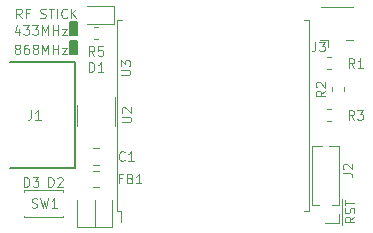
<source format=gto>
%TF.GenerationSoftware,KiCad,Pcbnew,5.1.8-db9833491~88~ubuntu20.04.1*%
%TF.CreationDate,2021-02-21T13:37:15+01:00*%
%TF.ProjectId,RF_STICK,52465f53-5449-4434-9b2e-6b696361645f,rev?*%
%TF.SameCoordinates,PX8f0d180PY41cdb40*%
%TF.FileFunction,Legend,Top*%
%TF.FilePolarity,Positive*%
%FSLAX46Y46*%
G04 Gerber Fmt 4.6, Leading zero omitted, Abs format (unit mm)*
G04 Created by KiCad (PCBNEW 5.1.8-db9833491~88~ubuntu20.04.1) date 2021-02-21 13:37:15*
%MOMM*%
%LPD*%
G01*
G04 APERTURE LIST*
%ADD10C,0.120000*%
%ADD11C,0.150000*%
%ADD12C,0.200000*%
%ADD13C,0.100000*%
G04 APERTURE END LIST*
D10*
X561904Y15145239D02*
X485714Y15183334D01*
X447619Y15221429D01*
X409523Y15297620D01*
X409523Y15335715D01*
X447619Y15411905D01*
X485714Y15450000D01*
X561904Y15488096D01*
X714285Y15488096D01*
X790476Y15450000D01*
X828571Y15411905D01*
X866666Y15335715D01*
X866666Y15297620D01*
X828571Y15221429D01*
X790476Y15183334D01*
X714285Y15145239D01*
X561904Y15145239D01*
X485714Y15107143D01*
X447619Y15069048D01*
X409523Y14992858D01*
X409523Y14840477D01*
X447619Y14764286D01*
X485714Y14726191D01*
X561904Y14688096D01*
X714285Y14688096D01*
X790476Y14726191D01*
X828571Y14764286D01*
X866666Y14840477D01*
X866666Y14992858D01*
X828571Y15069048D01*
X790476Y15107143D01*
X714285Y15145239D01*
X1552380Y15488096D02*
X1400000Y15488096D01*
X1323809Y15450000D01*
X1285714Y15411905D01*
X1209523Y15297620D01*
X1171428Y15145239D01*
X1171428Y14840477D01*
X1209523Y14764286D01*
X1247619Y14726191D01*
X1323809Y14688096D01*
X1476190Y14688096D01*
X1552380Y14726191D01*
X1590476Y14764286D01*
X1628571Y14840477D01*
X1628571Y15030953D01*
X1590476Y15107143D01*
X1552380Y15145239D01*
X1476190Y15183334D01*
X1323809Y15183334D01*
X1247619Y15145239D01*
X1209523Y15107143D01*
X1171428Y15030953D01*
X2085714Y15145239D02*
X2009523Y15183334D01*
X1971428Y15221429D01*
X1933333Y15297620D01*
X1933333Y15335715D01*
X1971428Y15411905D01*
X2009523Y15450000D01*
X2085714Y15488096D01*
X2238095Y15488096D01*
X2314285Y15450000D01*
X2352380Y15411905D01*
X2390476Y15335715D01*
X2390476Y15297620D01*
X2352380Y15221429D01*
X2314285Y15183334D01*
X2238095Y15145239D01*
X2085714Y15145239D01*
X2009523Y15107143D01*
X1971428Y15069048D01*
X1933333Y14992858D01*
X1933333Y14840477D01*
X1971428Y14764286D01*
X2009523Y14726191D01*
X2085714Y14688096D01*
X2238095Y14688096D01*
X2314285Y14726191D01*
X2352380Y14764286D01*
X2390476Y14840477D01*
X2390476Y14992858D01*
X2352380Y15069048D01*
X2314285Y15107143D01*
X2238095Y15145239D01*
X2733333Y14688096D02*
X2733333Y15488096D01*
X3000000Y14916667D01*
X3266666Y15488096D01*
X3266666Y14688096D01*
X3647619Y14688096D02*
X3647619Y15488096D01*
X3647619Y15107143D02*
X4104761Y15107143D01*
X4104761Y14688096D02*
X4104761Y15488096D01*
X4409523Y15221429D02*
X4828571Y15221429D01*
X4409523Y14688096D01*
X4828571Y14688096D01*
X790476Y16846429D02*
X790476Y16313096D01*
X600000Y17151191D02*
X409523Y16579762D01*
X904761Y16579762D01*
X1133333Y17113096D02*
X1628571Y17113096D01*
X1361904Y16808334D01*
X1476190Y16808334D01*
X1552380Y16770239D01*
X1590476Y16732143D01*
X1628571Y16655953D01*
X1628571Y16465477D01*
X1590476Y16389286D01*
X1552380Y16351191D01*
X1476190Y16313096D01*
X1247619Y16313096D01*
X1171428Y16351191D01*
X1133333Y16389286D01*
X1895238Y17113096D02*
X2390476Y17113096D01*
X2123809Y16808334D01*
X2238095Y16808334D01*
X2314285Y16770239D01*
X2352380Y16732143D01*
X2390476Y16655953D01*
X2390476Y16465477D01*
X2352380Y16389286D01*
X2314285Y16351191D01*
X2238095Y16313096D01*
X2009523Y16313096D01*
X1933333Y16351191D01*
X1895238Y16389286D01*
X2733333Y16313096D02*
X2733333Y17113096D01*
X3000000Y16541667D01*
X3266666Y17113096D01*
X3266666Y16313096D01*
X3647619Y16313096D02*
X3647619Y17113096D01*
X3647619Y16732143D02*
X4104761Y16732143D01*
X4104761Y16313096D02*
X4104761Y17113096D01*
X4409523Y16846429D02*
X4828571Y16846429D01*
X4409523Y16313096D01*
X4828571Y16313096D01*
X998809Y17738096D02*
X732142Y18119048D01*
X541666Y17738096D02*
X541666Y18538096D01*
X846428Y18538096D01*
X922619Y18500000D01*
X960714Y18461905D01*
X998809Y18385715D01*
X998809Y18271429D01*
X960714Y18195239D01*
X922619Y18157143D01*
X846428Y18119048D01*
X541666Y18119048D01*
X1608333Y18157143D02*
X1341666Y18157143D01*
X1341666Y17738096D02*
X1341666Y18538096D01*
X1722619Y18538096D01*
X2598809Y17776191D02*
X2713095Y17738096D01*
X2903571Y17738096D01*
X2979761Y17776191D01*
X3017857Y17814286D01*
X3055952Y17890477D01*
X3055952Y17966667D01*
X3017857Y18042858D01*
X2979761Y18080953D01*
X2903571Y18119048D01*
X2751190Y18157143D01*
X2675000Y18195239D01*
X2636904Y18233334D01*
X2598809Y18309524D01*
X2598809Y18385715D01*
X2636904Y18461905D01*
X2675000Y18500000D01*
X2751190Y18538096D01*
X2941666Y18538096D01*
X3055952Y18500000D01*
X3284523Y18538096D02*
X3741666Y18538096D01*
X3513095Y17738096D02*
X3513095Y18538096D01*
X4008333Y17738096D02*
X4008333Y18538096D01*
X4846428Y17814286D02*
X4808333Y17776191D01*
X4694047Y17738096D01*
X4617857Y17738096D01*
X4503571Y17776191D01*
X4427380Y17852381D01*
X4389285Y17928572D01*
X4351190Y18080953D01*
X4351190Y18195239D01*
X4389285Y18347620D01*
X4427380Y18423810D01*
X4503571Y18500000D01*
X4617857Y18538096D01*
X4694047Y18538096D01*
X4808333Y18500000D01*
X4846428Y18461905D01*
X5189285Y17738096D02*
X5189285Y18538096D01*
X5646428Y17738096D02*
X5303571Y18195239D01*
X5646428Y18538096D02*
X5189285Y18080953D01*
X28093000Y239286D02*
X28093000Y1039286D01*
X29186904Y886905D02*
X28805952Y620239D01*
X29186904Y429762D02*
X28386904Y429762D01*
X28386904Y734524D01*
X28425000Y810715D01*
X28463095Y848810D01*
X28539285Y886905D01*
X28653571Y886905D01*
X28729761Y848810D01*
X28767857Y810715D01*
X28805952Y734524D01*
X28805952Y429762D01*
X28093000Y1039286D02*
X28093000Y1801191D01*
X29148809Y1191667D02*
X29186904Y1305953D01*
X29186904Y1496429D01*
X29148809Y1572620D01*
X29110714Y1610715D01*
X29034523Y1648810D01*
X28958333Y1648810D01*
X28882142Y1610715D01*
X28844047Y1572620D01*
X28805952Y1496429D01*
X28767857Y1344048D01*
X28729761Y1267858D01*
X28691666Y1229762D01*
X28615476Y1191667D01*
X28539285Y1191667D01*
X28463095Y1229762D01*
X28425000Y1267858D01*
X28386904Y1344048D01*
X28386904Y1534524D01*
X28425000Y1648810D01*
X28093000Y1801191D02*
X28093000Y2410715D01*
X28386904Y1877381D02*
X28386904Y2334524D01*
X29186904Y2105953D02*
X28386904Y2105953D01*
%TO.C,SW1*%
X4470000Y905000D02*
X1230000Y905000D01*
X1230000Y905000D02*
X1230000Y1005000D01*
X4470000Y905000D02*
X4470000Y1005000D01*
X4470000Y3145000D02*
X1230000Y3145000D01*
X1230000Y3045000D02*
X1230000Y3145000D01*
X4470000Y3045000D02*
X4470000Y3145000D01*
%TO.C,J2*%
X27835000Y6925000D02*
X27032530Y6925000D01*
X26417470Y6925000D02*
X25615000Y6925000D01*
X27835000Y1910000D02*
X27835000Y6925000D01*
X25615000Y1910000D02*
X25615000Y6925000D01*
X27835000Y1910000D02*
X27288471Y1910000D01*
X26161529Y1910000D02*
X25615000Y1910000D01*
X27835000Y1150000D02*
X27835000Y390000D01*
X27835000Y390000D02*
X26725000Y390000D01*
%TO.C,J3*%
X26300000Y15915000D02*
X26940000Y15915000D01*
X29100000Y15915000D02*
X28460000Y15915000D01*
X26940000Y15915000D02*
X26940000Y15285000D01*
X26350000Y18635000D02*
X29050000Y18635000D01*
%TO.C,U2*%
X8910000Y8600000D02*
X8910000Y11050000D01*
X5690000Y10400000D02*
X5690000Y8600000D01*
%TO.C,R5*%
X7137221Y15950000D02*
X7462779Y15950000D01*
X7137221Y16970000D02*
X7462779Y16970000D01*
%TO.C,R3*%
X27175279Y10010000D02*
X26849721Y10010000D01*
X27175279Y8990000D02*
X26849721Y8990000D01*
%TO.C,R2*%
X28310000Y11549721D02*
X28310000Y11875279D01*
X27290000Y11549721D02*
X27290000Y11875279D01*
%TO.C,R1*%
X27175279Y14410000D02*
X26849721Y14410000D01*
X27175279Y13390000D02*
X26849721Y13390000D01*
%TO.C,FB1*%
X7596078Y4810000D02*
X7078922Y4810000D01*
X7596078Y3390000D02*
X7078922Y3390000D01*
%TO.C,D3*%
X8685000Y65000D02*
X8685000Y2350000D01*
X7215000Y65000D02*
X8685000Y65000D01*
X7215000Y2350000D02*
X7215000Y65000D01*
%TO.C,D2*%
X7185000Y65000D02*
X7185000Y2350000D01*
X5715000Y65000D02*
X7185000Y65000D01*
X5715000Y2350000D02*
X5715000Y65000D01*
%TO.C,D1*%
X8785000Y18715000D02*
X6500000Y18715000D01*
X8785000Y17245000D02*
X8785000Y18715000D01*
X6500000Y17245000D02*
X8785000Y17245000D01*
%TO.C,C1*%
X7078922Y5290000D02*
X7596078Y5290000D01*
X7078922Y6710000D02*
X7596078Y6710000D01*
%TO.C,U3*%
X9450000Y1400000D02*
X9450000Y500000D01*
X9100000Y1400000D02*
X9450000Y1400000D01*
X25300000Y17600000D02*
X24900000Y17600000D01*
X25300000Y1400000D02*
X25300000Y17600000D01*
X24900000Y1400000D02*
X25300000Y1400000D01*
X9100000Y17600000D02*
X9500000Y17600000D01*
X9100000Y1400000D02*
X9100000Y17600000D01*
D11*
%TO.C,J1*%
X5500000Y14000000D02*
X5500000Y5000000D01*
X5500000Y5000000D02*
X2000000Y5000000D01*
X2000000Y5000000D02*
X0Y5000000D01*
X0Y14000000D02*
X5500000Y14000000D01*
%TO.C,SW1*%
D10*
X1858333Y1701191D02*
X1972619Y1663096D01*
X2163095Y1663096D01*
X2239285Y1701191D01*
X2277380Y1739286D01*
X2315476Y1815477D01*
X2315476Y1891667D01*
X2277380Y1967858D01*
X2239285Y2005953D01*
X2163095Y2044048D01*
X2010714Y2082143D01*
X1934523Y2120239D01*
X1896428Y2158334D01*
X1858333Y2234524D01*
X1858333Y2310715D01*
X1896428Y2386905D01*
X1934523Y2425000D01*
X2010714Y2463096D01*
X2201190Y2463096D01*
X2315476Y2425000D01*
X2582142Y2463096D02*
X2772619Y1663096D01*
X2925000Y2234524D01*
X3077380Y1663096D01*
X3267857Y2463096D01*
X3991666Y1663096D02*
X3534523Y1663096D01*
X3763095Y1663096D02*
X3763095Y2463096D01*
X3686904Y2348810D01*
X3610714Y2272620D01*
X3534523Y2234524D01*
%TO.C,J2*%
X28211904Y4608334D02*
X28783333Y4608334D01*
X28897619Y4570239D01*
X28973809Y4494048D01*
X29011904Y4379762D01*
X29011904Y4303572D01*
X28288095Y4951191D02*
X28250000Y4989286D01*
X28211904Y5065477D01*
X28211904Y5255953D01*
X28250000Y5332143D01*
X28288095Y5370239D01*
X28364285Y5408334D01*
X28440476Y5408334D01*
X28554761Y5370239D01*
X29011904Y4913096D01*
X29011904Y5408334D01*
%TO.C,J3*%
X25883333Y15713096D02*
X25883333Y15141667D01*
X25845238Y15027381D01*
X25769047Y14951191D01*
X25654761Y14913096D01*
X25578571Y14913096D01*
X26188095Y15713096D02*
X26683333Y15713096D01*
X26416666Y15408334D01*
X26530952Y15408334D01*
X26607142Y15370239D01*
X26645238Y15332143D01*
X26683333Y15255953D01*
X26683333Y15065477D01*
X26645238Y14989286D01*
X26607142Y14951191D01*
X26530952Y14913096D01*
X26302380Y14913096D01*
X26226190Y14951191D01*
X26188095Y14989286D01*
%TO.C,U2*%
X9461904Y8915477D02*
X10109523Y8915477D01*
X10185714Y8953572D01*
X10223809Y8991667D01*
X10261904Y9067858D01*
X10261904Y9220239D01*
X10223809Y9296429D01*
X10185714Y9334524D01*
X10109523Y9372620D01*
X9461904Y9372620D01*
X9538095Y9715477D02*
X9500000Y9753572D01*
X9461904Y9829762D01*
X9461904Y10020239D01*
X9500000Y10096429D01*
X9538095Y10134524D01*
X9614285Y10172620D01*
X9690476Y10172620D01*
X9804761Y10134524D01*
X10261904Y9677381D01*
X10261904Y10172620D01*
%TO.C,R5*%
X7166666Y14528096D02*
X6900000Y14909048D01*
X6709523Y14528096D02*
X6709523Y15328096D01*
X7014285Y15328096D01*
X7090476Y15290000D01*
X7128571Y15251905D01*
X7166666Y15175715D01*
X7166666Y15061429D01*
X7128571Y14985239D01*
X7090476Y14947143D01*
X7014285Y14909048D01*
X6709523Y14909048D01*
X7890476Y15328096D02*
X7509523Y15328096D01*
X7471428Y14947143D01*
X7509523Y14985239D01*
X7585714Y15023334D01*
X7776190Y15023334D01*
X7852380Y14985239D01*
X7890476Y14947143D01*
X7928571Y14870953D01*
X7928571Y14680477D01*
X7890476Y14604286D01*
X7852380Y14566191D01*
X7776190Y14528096D01*
X7585714Y14528096D01*
X7509523Y14566191D01*
X7471428Y14604286D01*
%TO.C,R3*%
X29141666Y9138096D02*
X28875000Y9519048D01*
X28684523Y9138096D02*
X28684523Y9938096D01*
X28989285Y9938096D01*
X29065476Y9900000D01*
X29103571Y9861905D01*
X29141666Y9785715D01*
X29141666Y9671429D01*
X29103571Y9595239D01*
X29065476Y9557143D01*
X28989285Y9519048D01*
X28684523Y9519048D01*
X29408333Y9938096D02*
X29903571Y9938096D01*
X29636904Y9633334D01*
X29751190Y9633334D01*
X29827380Y9595239D01*
X29865476Y9557143D01*
X29903571Y9480953D01*
X29903571Y9290477D01*
X29865476Y9214286D01*
X29827380Y9176191D01*
X29751190Y9138096D01*
X29522619Y9138096D01*
X29446428Y9176191D01*
X29408333Y9214286D01*
%TO.C,R2*%
X26731904Y11579167D02*
X26350952Y11312500D01*
X26731904Y11122024D02*
X25931904Y11122024D01*
X25931904Y11426786D01*
X25970000Y11502977D01*
X26008095Y11541072D01*
X26084285Y11579167D01*
X26198571Y11579167D01*
X26274761Y11541072D01*
X26312857Y11502977D01*
X26350952Y11426786D01*
X26350952Y11122024D01*
X26008095Y11883929D02*
X25970000Y11922024D01*
X25931904Y11998215D01*
X25931904Y12188691D01*
X25970000Y12264881D01*
X26008095Y12302977D01*
X26084285Y12341072D01*
X26160476Y12341072D01*
X26274761Y12302977D01*
X26731904Y11845834D01*
X26731904Y12341072D01*
%TO.C,R1*%
X29156666Y13513096D02*
X28890000Y13894048D01*
X28699523Y13513096D02*
X28699523Y14313096D01*
X29004285Y14313096D01*
X29080476Y14275000D01*
X29118571Y14236905D01*
X29156666Y14160715D01*
X29156666Y14046429D01*
X29118571Y13970239D01*
X29080476Y13932143D01*
X29004285Y13894048D01*
X28699523Y13894048D01*
X29918571Y13513096D02*
X29461428Y13513096D01*
X29690000Y13513096D02*
X29690000Y14313096D01*
X29613809Y14198810D01*
X29537619Y14122620D01*
X29461428Y14084524D01*
%TO.C,FB1*%
X9508333Y4157143D02*
X9241666Y4157143D01*
X9241666Y3738096D02*
X9241666Y4538096D01*
X9622619Y4538096D01*
X10194047Y4157143D02*
X10308333Y4119048D01*
X10346428Y4080953D01*
X10384523Y4004762D01*
X10384523Y3890477D01*
X10346428Y3814286D01*
X10308333Y3776191D01*
X10232142Y3738096D01*
X9927380Y3738096D01*
X9927380Y4538096D01*
X10194047Y4538096D01*
X10270238Y4500000D01*
X10308333Y4461905D01*
X10346428Y4385715D01*
X10346428Y4309524D01*
X10308333Y4233334D01*
X10270238Y4195239D01*
X10194047Y4157143D01*
X9927380Y4157143D01*
X11146428Y3738096D02*
X10689285Y3738096D01*
X10917857Y3738096D02*
X10917857Y4538096D01*
X10841666Y4423810D01*
X10765476Y4347620D01*
X10689285Y4309524D01*
%TO.C,D3*%
X1209523Y3463096D02*
X1209523Y4263096D01*
X1400000Y4263096D01*
X1514285Y4225000D01*
X1590476Y4148810D01*
X1628571Y4072620D01*
X1666666Y3920239D01*
X1666666Y3805953D01*
X1628571Y3653572D01*
X1590476Y3577381D01*
X1514285Y3501191D01*
X1400000Y3463096D01*
X1209523Y3463096D01*
X1933333Y4263096D02*
X2428571Y4263096D01*
X2161904Y3958334D01*
X2276190Y3958334D01*
X2352380Y3920239D01*
X2390476Y3882143D01*
X2428571Y3805953D01*
X2428571Y3615477D01*
X2390476Y3539286D01*
X2352380Y3501191D01*
X2276190Y3463096D01*
X2047619Y3463096D01*
X1971428Y3501191D01*
X1933333Y3539286D01*
%TO.C,D2*%
X3259523Y3463096D02*
X3259523Y4263096D01*
X3450000Y4263096D01*
X3564285Y4225000D01*
X3640476Y4148810D01*
X3678571Y4072620D01*
X3716666Y3920239D01*
X3716666Y3805953D01*
X3678571Y3653572D01*
X3640476Y3577381D01*
X3564285Y3501191D01*
X3450000Y3463096D01*
X3259523Y3463096D01*
X4021428Y4186905D02*
X4059523Y4225000D01*
X4135714Y4263096D01*
X4326190Y4263096D01*
X4402380Y4225000D01*
X4440476Y4186905D01*
X4478571Y4110715D01*
X4478571Y4034524D01*
X4440476Y3920239D01*
X3983333Y3463096D01*
X4478571Y3463096D01*
%TO.C,D1*%
X6709523Y13188096D02*
X6709523Y13988096D01*
X6900000Y13988096D01*
X7014285Y13950000D01*
X7090476Y13873810D01*
X7128571Y13797620D01*
X7166666Y13645239D01*
X7166666Y13530953D01*
X7128571Y13378572D01*
X7090476Y13302381D01*
X7014285Y13226191D01*
X6900000Y13188096D01*
X6709523Y13188096D01*
X7928571Y13188096D02*
X7471428Y13188096D01*
X7700000Y13188096D02*
X7700000Y13988096D01*
X7623809Y13873810D01*
X7547619Y13797620D01*
X7471428Y13759524D01*
%TO.C,C1*%
X9716666Y5714286D02*
X9678571Y5676191D01*
X9564285Y5638096D01*
X9488095Y5638096D01*
X9373809Y5676191D01*
X9297619Y5752381D01*
X9259523Y5828572D01*
X9221428Y5980953D01*
X9221428Y6095239D01*
X9259523Y6247620D01*
X9297619Y6323810D01*
X9373809Y6400000D01*
X9488095Y6438096D01*
X9564285Y6438096D01*
X9678571Y6400000D01*
X9716666Y6361905D01*
X10478571Y5638096D02*
X10021428Y5638096D01*
X10250000Y5638096D02*
X10250000Y6438096D01*
X10173809Y6323810D01*
X10097619Y6247620D01*
X10021428Y6209524D01*
%TO.C,U3*%
X9411904Y12890477D02*
X10059523Y12890477D01*
X10135714Y12928572D01*
X10173809Y12966667D01*
X10211904Y13042858D01*
X10211904Y13195239D01*
X10173809Y13271429D01*
X10135714Y13309524D01*
X10059523Y13347620D01*
X9411904Y13347620D01*
X9411904Y13652381D02*
X9411904Y14147620D01*
X9716666Y13880953D01*
X9716666Y13995239D01*
X9754761Y14071429D01*
X9792857Y14109524D01*
X9869047Y14147620D01*
X10059523Y14147620D01*
X10135714Y14109524D01*
X10173809Y14071429D01*
X10211904Y13995239D01*
X10211904Y13766667D01*
X10173809Y13690477D01*
X10135714Y13652381D01*
%TO.C,J1*%
X1833333Y9938096D02*
X1833333Y9366667D01*
X1795238Y9252381D01*
X1719047Y9176191D01*
X1604761Y9138096D01*
X1528571Y9138096D01*
X2633333Y9138096D02*
X2176190Y9138096D01*
X2404761Y9138096D02*
X2404761Y9938096D01*
X2328571Y9823810D01*
X2252380Y9747620D01*
X2176190Y9709524D01*
%TD*%
D12*
X5700000Y16275000D02*
X5100000Y16275000D01*
X5100000Y17375000D01*
X5700000Y17375000D01*
X5700000Y16275000D01*
D13*
G36*
X5700000Y16275000D02*
G01*
X5100000Y16275000D01*
X5100000Y17375000D01*
X5700000Y17375000D01*
X5700000Y16275000D01*
G37*
D12*
X5700000Y14650000D02*
X5100000Y14650000D01*
X5100000Y15750000D01*
X5700000Y15750000D01*
X5700000Y14650000D01*
D13*
G36*
X5700000Y14650000D02*
G01*
X5100000Y14650000D01*
X5100000Y15750000D01*
X5700000Y15750000D01*
X5700000Y14650000D01*
G37*
M02*

</source>
